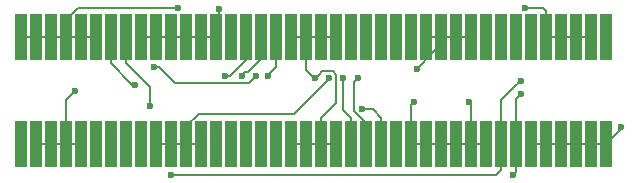
<source format=gbr>
G04 #@! TF.FileFunction,Copper,L1,Top,Signal*
%FSLAX46Y46*%
G04 Gerber Fmt 4.6, Leading zero omitted, Abs format (unit mm)*
G04 Created by KiCad (PCBNEW 4.0.7) date Thu Nov 30 10:56:44 2017*
%MOMM*%
%LPD*%
G01*
G04 APERTURE LIST*
%ADD10C,0.100000*%
%ADD11R,1.020000X4.000000*%
%ADD12C,0.600000*%
%ADD13C,0.200000*%
G04 APERTURE END LIST*
D10*
D11*
X175260000Y-95940000D03*
X173990000Y-95940000D03*
X172720000Y-95940000D03*
X171450000Y-95940000D03*
X170180000Y-95940000D03*
X168910000Y-95940000D03*
X167640000Y-95940000D03*
X166370000Y-95940000D03*
X165100000Y-95940000D03*
X163830000Y-95940000D03*
X162560000Y-95940000D03*
X161290000Y-95940000D03*
X160020000Y-95940000D03*
X158750000Y-95940000D03*
X157480000Y-95940000D03*
X156210000Y-95940000D03*
X154940000Y-95940000D03*
X153670000Y-95940000D03*
X152400000Y-95940000D03*
X151130000Y-95940000D03*
X149860000Y-95940000D03*
X148590000Y-95940000D03*
X147320000Y-95940000D03*
X146050000Y-95940000D03*
X144780000Y-95940000D03*
X143510000Y-95940000D03*
X142240000Y-95940000D03*
X140970000Y-95940000D03*
X139700000Y-95940000D03*
X138430000Y-95940000D03*
X137160000Y-95940000D03*
X135890000Y-95940000D03*
X134620000Y-95940000D03*
X133350000Y-95940000D03*
X132080000Y-95940000D03*
X130810000Y-95940000D03*
X129540000Y-95940000D03*
X128270000Y-95940000D03*
X127000000Y-95940000D03*
X125730000Y-95940000D03*
X125730000Y-86940000D03*
X127000000Y-86940000D03*
X128270000Y-86940000D03*
X129540000Y-86940000D03*
X130810000Y-86940000D03*
X132080000Y-86940000D03*
X133350000Y-86940000D03*
X134620000Y-86940000D03*
X135890000Y-86940000D03*
X137160000Y-86940000D03*
X138430000Y-86940000D03*
X139700000Y-86940000D03*
X140970000Y-86940000D03*
X142240000Y-86940000D03*
X143510000Y-86940000D03*
X144780000Y-86940000D03*
X146050000Y-86940000D03*
X147320000Y-86940000D03*
X148590000Y-86940000D03*
X149860000Y-86940000D03*
X151130000Y-86940000D03*
X152400000Y-86940000D03*
X153670000Y-86940000D03*
X154940000Y-86940000D03*
X156210000Y-86940000D03*
X157480000Y-86940000D03*
X158750000Y-86940000D03*
X160020000Y-86940000D03*
X161290000Y-86940000D03*
X162560000Y-86940000D03*
X163830000Y-86940000D03*
X165100000Y-86940000D03*
X166370000Y-86940000D03*
X167640000Y-86940000D03*
X168910000Y-86940000D03*
X170180000Y-86940000D03*
X171450000Y-86940000D03*
X172720000Y-86940000D03*
X173990000Y-86940000D03*
X175260000Y-86940000D03*
D12*
X130302000Y-91440000D03*
X137000000Y-89477988D03*
X145600000Y-90200000D03*
X168400000Y-84439966D03*
X151799987Y-90400009D03*
X159200000Y-89600000D03*
X150600000Y-90400000D03*
X153000000Y-90400000D03*
X146600000Y-90199994D03*
X154200000Y-90400000D03*
X144400000Y-90200000D03*
X154600000Y-92999994D03*
X143000014Y-90200000D03*
X136651994Y-92710000D03*
X138430000Y-98552000D03*
X168000006Y-90600000D03*
X135382000Y-90932000D03*
X168008576Y-91772344D03*
X167400000Y-98600000D03*
X159000000Y-92400000D03*
X163600000Y-92400004D03*
X142500000Y-84500000D03*
X139007556Y-84444583D03*
X176500000Y-94500000D03*
D13*
X130002001Y-91739999D02*
X130302000Y-91440000D01*
X129540000Y-92202000D02*
X130002001Y-91739999D01*
X129540000Y-95940000D02*
X129540000Y-92202000D01*
X138746277Y-90800001D02*
X137424264Y-89477988D01*
X144999999Y-90800001D02*
X138746277Y-90800001D01*
X145600000Y-90200000D02*
X144999999Y-90800001D01*
X137424264Y-89477988D02*
X137000000Y-89477988D01*
X168824264Y-84439966D02*
X168400000Y-84439966D01*
X169879966Y-84439966D02*
X168824264Y-84439966D01*
X170180000Y-84740000D02*
X169879966Y-84439966D01*
X170180000Y-86940000D02*
X170180000Y-84740000D01*
X173990000Y-86940000D02*
X170180000Y-86940000D01*
X127000000Y-95940000D02*
X130810000Y-95940000D01*
X139700000Y-95940000D02*
X139700000Y-94450000D01*
X139700000Y-94450000D02*
X140750000Y-93400000D01*
X140750000Y-93400000D02*
X148799996Y-93400000D01*
X148799996Y-93400000D02*
X151499988Y-90700008D01*
X151499988Y-90700008D02*
X151799987Y-90400009D01*
X160800000Y-88000000D02*
X159200000Y-89600000D01*
X160020000Y-86940000D02*
X163830000Y-86940000D01*
X137160000Y-95940000D02*
X140970000Y-95940000D01*
X151130000Y-93740000D02*
X152400000Y-92470000D01*
X152400000Y-92470000D02*
X152400000Y-90111998D01*
X151130000Y-95940000D02*
X151130000Y-93740000D01*
X149860000Y-86940000D02*
X149860000Y-89660000D01*
X152400000Y-90111998D02*
X152088001Y-89799999D01*
X150300001Y-90100001D02*
X150600000Y-90400000D01*
X152088001Y-89799999D02*
X151200001Y-89799999D01*
X149860000Y-89660000D02*
X150300001Y-90100001D01*
X150899999Y-90100001D02*
X150600000Y-90400000D01*
X151200001Y-89799999D02*
X150899999Y-90100001D01*
X148590000Y-86940000D02*
X152400000Y-86940000D01*
X148590000Y-95940000D02*
X152400000Y-95940000D01*
X153670000Y-95940000D02*
X153670000Y-93740000D01*
X153670000Y-93740000D02*
X153000000Y-93070000D01*
X153000000Y-93070000D02*
X153000000Y-90824264D01*
X153000000Y-90824264D02*
X153000000Y-90400000D01*
X147320000Y-89479994D02*
X146899999Y-89899995D01*
X147320000Y-86940000D02*
X147320000Y-89479994D01*
X146899999Y-89899995D02*
X146600000Y-90199994D01*
X154940000Y-94228005D02*
X153900001Y-93188006D01*
X154940000Y-95940000D02*
X154940000Y-94228005D01*
X153900001Y-90699999D02*
X154200000Y-90400000D01*
X153900001Y-93188006D02*
X153900001Y-90699999D01*
X144699999Y-89900001D02*
X144400000Y-90200000D01*
X144900009Y-89900001D02*
X144699999Y-89900001D01*
X146050000Y-86940000D02*
X146050000Y-88750010D01*
X146050000Y-88750010D02*
X144900009Y-89900001D01*
X155024264Y-92999994D02*
X154600000Y-92999994D01*
X156210000Y-95940000D02*
X156210000Y-93740000D01*
X156210000Y-93740000D02*
X155469994Y-92999994D01*
X155469994Y-92999994D02*
X155024264Y-92999994D01*
X144780000Y-88844278D02*
X143424278Y-90200000D01*
X144780000Y-86940000D02*
X144780000Y-88844278D01*
X143424278Y-90200000D02*
X143000014Y-90200000D01*
X136651994Y-92285736D02*
X136651994Y-92710000D01*
X136651994Y-91171994D02*
X136651994Y-92285736D01*
X134620000Y-89140000D02*
X136651994Y-91171994D01*
X134620000Y-86940000D02*
X134620000Y-89140000D01*
X138854264Y-98552000D02*
X138430000Y-98552000D01*
X165958000Y-98552000D02*
X138854264Y-98552000D01*
X166370000Y-98140000D02*
X165958000Y-98552000D01*
X166370000Y-95940000D02*
X166370000Y-98140000D01*
X166370000Y-92230006D02*
X167700007Y-90899999D01*
X166370000Y-95940000D02*
X166370000Y-92230006D01*
X167700007Y-90899999D02*
X168000006Y-90600000D01*
X133350000Y-86940000D02*
X133350000Y-89140000D01*
X133350000Y-89140000D02*
X135142000Y-90932000D01*
X135142000Y-90932000D02*
X135382000Y-90932000D01*
X167708577Y-92072343D02*
X168008576Y-91772344D01*
X167640000Y-95940000D02*
X167640000Y-92140920D01*
X167640000Y-92140920D02*
X167708577Y-92072343D01*
X167640000Y-98360000D02*
X167400000Y-98600000D01*
X167640000Y-95940000D02*
X167640000Y-98360000D01*
X158750000Y-92650000D02*
X159000000Y-92400000D01*
X158750000Y-95940000D02*
X158750000Y-92650000D01*
X163830000Y-92630004D02*
X163600000Y-92400004D01*
X163830000Y-95940000D02*
X163830000Y-92630004D01*
X142240000Y-86940000D02*
X135890000Y-86940000D01*
X142500000Y-84500000D02*
X142500000Y-86120000D01*
X142500000Y-86120000D02*
X142240000Y-86380000D01*
X142240000Y-86380000D02*
X142240000Y-86940000D01*
X165100000Y-95940000D02*
X158750000Y-95940000D01*
X132080000Y-86940000D02*
X125730000Y-86940000D01*
X139007556Y-84444583D02*
X130545417Y-84444583D01*
X130545417Y-84444583D02*
X129540000Y-85450000D01*
X129540000Y-85450000D02*
X129540000Y-86940000D01*
X175260000Y-95940000D02*
X168910000Y-95940000D01*
X176500000Y-94500000D02*
X176500000Y-94700000D01*
X176500000Y-94700000D02*
X175260000Y-95940000D01*
M02*

</source>
